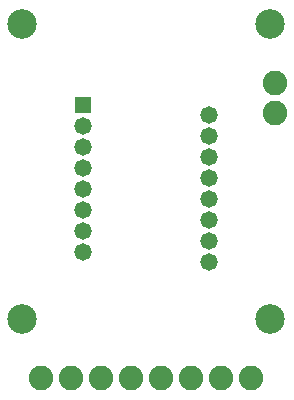
<source format=gbr>
G04 EAGLE Gerber RS-274X export*
G75*
%MOMM*%
%FSLAX34Y34*%
%LPD*%
%INSoldermask Bottom*%
%IPPOS*%
%AMOC8*
5,1,8,0,0,1.08239X$1,22.5*%
G01*
G04 Define Apertures*
%ADD10C,2.503200*%
%ADD11C,2.082800*%
%ADD12R,1.473200X1.473200*%
%ADD13C,1.473200*%
D10*
X-105000Y-125000D03*
X105000Y-125000D03*
X105000Y125000D03*
X-105000Y125000D03*
D11*
X-88900Y-175000D03*
X-63500Y-175000D03*
X-38100Y-175000D03*
X-12700Y-175000D03*
X12700Y-175000D03*
X38100Y-175000D03*
X63500Y-175000D03*
X88900Y-175000D03*
D12*
X-53594Y56642D03*
D13*
X-53594Y38842D03*
X-53594Y21042D03*
X-53594Y3242D03*
X-53594Y-14558D03*
X-53594Y-32358D03*
X-53594Y-50158D03*
X-53594Y-67958D03*
X53340Y47752D03*
X53340Y29952D03*
X53340Y12152D03*
X53340Y-5648D03*
X53340Y-23448D03*
X53340Y-41248D03*
X53340Y-59048D03*
X53340Y-76848D03*
D11*
X109602Y74768D03*
X109602Y49368D03*
M02*

</source>
